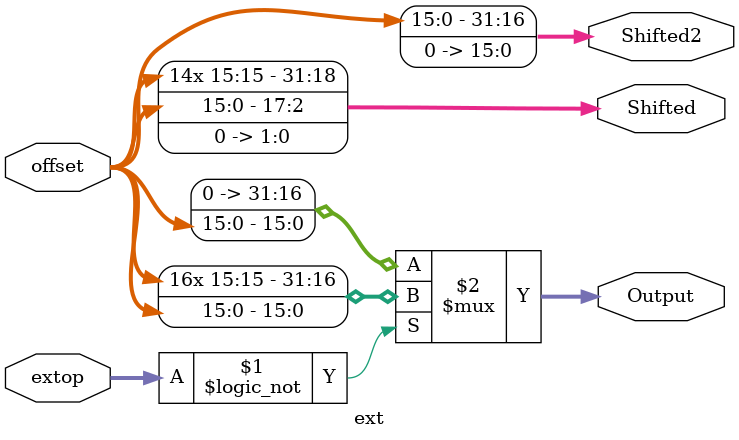
<source format=v>
`timescale 1ns / 1ps
module ext(
    input [15:0] offset,
    input [1:0] extop,
    output [31:0] Output,
	 output [31:0] Shifted,
	 output [31:0] Shifted2
    );

assign Output = 	(extop == 2'b0) 	? 	{{16{offset[15]}}, offset} : {{16'b0}, offset};
assign Shifted = {{14{offset[15]}}, offset, 2'b0};
assign Shifted2 = {offset, {16'b0}};

endmodule

</source>
